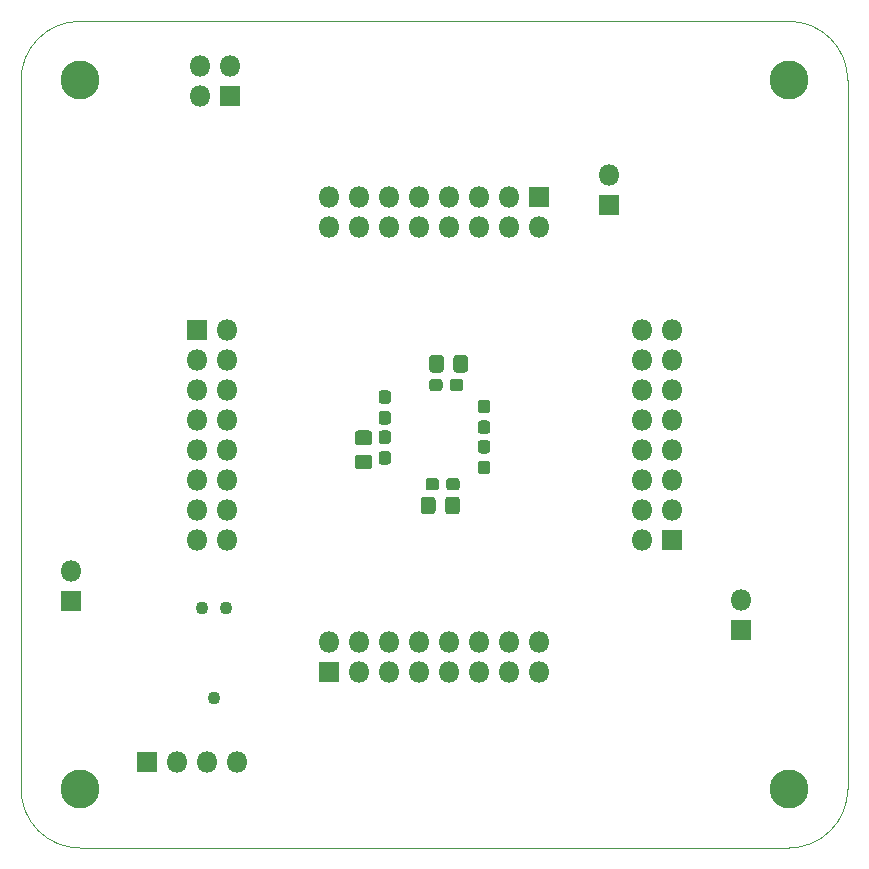
<source format=gbr>
G04 #@! TF.GenerationSoftware,KiCad,Pcbnew,5.1.6-c6e7f7d~87~ubuntu20.04.1*
G04 #@! TF.CreationDate,2020-07-16T23:52:11+03:00*
G04 #@! TF.ProjectId,EV-MAX-V-E64,45562d4d-4158-42d5-962d-4536342e6b69,v1.0*
G04 #@! TF.SameCoordinates,Original*
G04 #@! TF.FileFunction,Soldermask,Bot*
G04 #@! TF.FilePolarity,Negative*
%FSLAX46Y46*%
G04 Gerber Fmt 4.6, Leading zero omitted, Abs format (unit mm)*
G04 Created by KiCad (PCBNEW 5.1.6-c6e7f7d~87~ubuntu20.04.1) date 2020-07-16 23:52:11*
%MOMM*%
%LPD*%
G01*
G04 APERTURE LIST*
G04 #@! TA.AperFunction,Profile*
%ADD10C,0.050000*%
G04 #@! TD*
%ADD11C,3.300000*%
%ADD12C,1.090600*%
%ADD13O,1.800000X1.800000*%
%ADD14R,1.800000X1.800000*%
G04 APERTURE END LIST*
D10*
X65000000Y-70000000D02*
X65000000Y-130000000D01*
X130000000Y-65000000D02*
X70000000Y-65000000D01*
X135000000Y-130000000D02*
X135000000Y-70000000D01*
X70000000Y-135000000D02*
X130000000Y-135000000D01*
X70000000Y-135000000D02*
G75*
G02*
X65000000Y-130000000I0J5000000D01*
G01*
X65000000Y-70000000D02*
G75*
G02*
X70000000Y-65000000I5000000J0D01*
G01*
X130000000Y-65000000D02*
G75*
G02*
X135000000Y-70000000I0J-5000000D01*
G01*
X135000000Y-130000000D02*
G75*
G02*
X130000000Y-135000000I-5000000J0D01*
G01*
D11*
X130000000Y-130000000D03*
X130000000Y-70000000D03*
X70000000Y-130000000D03*
X70000000Y-70000000D03*
D12*
X81300000Y-122310000D03*
X82316000Y-114690000D03*
X80284000Y-114690000D03*
D13*
X83320000Y-127700000D03*
X80780000Y-127700000D03*
X78240000Y-127700000D03*
D14*
X75700000Y-127700000D03*
D13*
X91120000Y-82440000D03*
X91120000Y-79900000D03*
X93660000Y-82440000D03*
X93660000Y-79900000D03*
X96200000Y-82440000D03*
X96200000Y-79900000D03*
X98740000Y-82440000D03*
X98740000Y-79900000D03*
X101280000Y-82440000D03*
X101280000Y-79900000D03*
X103820000Y-82440000D03*
X103820000Y-79900000D03*
X106360000Y-82440000D03*
X106360000Y-79900000D03*
X108900000Y-82440000D03*
D14*
X108900000Y-79900000D03*
D13*
X117560000Y-91120000D03*
X120100000Y-91120000D03*
X117560000Y-93660000D03*
X120100000Y-93660000D03*
X117560000Y-96200000D03*
X120100000Y-96200000D03*
X117560000Y-98740000D03*
X120100000Y-98740000D03*
X117560000Y-101280000D03*
X120100000Y-101280000D03*
X117560000Y-103820000D03*
X120100000Y-103820000D03*
X117560000Y-106360000D03*
X120100000Y-106360000D03*
X117560000Y-108900000D03*
D14*
X120100000Y-108900000D03*
D13*
X108880000Y-117560000D03*
X108880000Y-120100000D03*
X106340000Y-117560000D03*
X106340000Y-120100000D03*
X103800000Y-117560000D03*
X103800000Y-120100000D03*
X101260000Y-117560000D03*
X101260000Y-120100000D03*
X98720000Y-117560000D03*
X98720000Y-120100000D03*
X96180000Y-117560000D03*
X96180000Y-120100000D03*
X93640000Y-117560000D03*
X93640000Y-120100000D03*
X91100000Y-117560000D03*
D14*
X91100000Y-120100000D03*
D13*
X82440000Y-108880000D03*
X79900000Y-108880000D03*
X82440000Y-106340000D03*
X79900000Y-106340000D03*
X82440000Y-103800000D03*
X79900000Y-103800000D03*
X82440000Y-101260000D03*
X79900000Y-101260000D03*
X82440000Y-98720000D03*
X79900000Y-98720000D03*
X82440000Y-96180000D03*
X79900000Y-96180000D03*
X82440000Y-93640000D03*
X79900000Y-93640000D03*
X82440000Y-91100000D03*
D14*
X79900000Y-91100000D03*
G36*
G01*
X101600000Y-94478262D02*
X101600000Y-93521738D01*
G75*
G02*
X101871738Y-93250000I271738J0D01*
G01*
X102578262Y-93250000D01*
G75*
G02*
X102850000Y-93521738I0J-271738D01*
G01*
X102850000Y-94478262D01*
G75*
G02*
X102578262Y-94750000I-271738J0D01*
G01*
X101871738Y-94750000D01*
G75*
G02*
X101600000Y-94478262I0J271738D01*
G01*
G37*
G36*
G01*
X99550000Y-94478262D02*
X99550000Y-93521738D01*
G75*
G02*
X99821738Y-93250000I271738J0D01*
G01*
X100528262Y-93250000D01*
G75*
G02*
X100800000Y-93521738I0J-271738D01*
G01*
X100800000Y-94478262D01*
G75*
G02*
X100528262Y-94750000I-271738J0D01*
G01*
X99821738Y-94750000D01*
G75*
G02*
X99550000Y-94478262I0J271738D01*
G01*
G37*
G36*
G01*
X101300000Y-96062500D02*
X101300000Y-95537500D01*
G75*
G02*
X101562500Y-95275000I262500J0D01*
G01*
X102187500Y-95275000D01*
G75*
G02*
X102450000Y-95537500I0J-262500D01*
G01*
X102450000Y-96062500D01*
G75*
G02*
X102187500Y-96325000I-262500J0D01*
G01*
X101562500Y-96325000D01*
G75*
G02*
X101300000Y-96062500I0J262500D01*
G01*
G37*
G36*
G01*
X99550000Y-96062500D02*
X99550000Y-95537500D01*
G75*
G02*
X99812500Y-95275000I262500J0D01*
G01*
X100437500Y-95275000D01*
G75*
G02*
X100700000Y-95537500I0J-262500D01*
G01*
X100700000Y-96062500D01*
G75*
G02*
X100437500Y-96325000I-262500J0D01*
G01*
X99812500Y-96325000D01*
G75*
G02*
X99550000Y-96062500I0J262500D01*
G01*
G37*
G36*
G01*
X103937500Y-102200000D02*
X104462500Y-102200000D01*
G75*
G02*
X104725000Y-102462500I0J-262500D01*
G01*
X104725000Y-103087500D01*
G75*
G02*
X104462500Y-103350000I-262500J0D01*
G01*
X103937500Y-103350000D01*
G75*
G02*
X103675000Y-103087500I0J262500D01*
G01*
X103675000Y-102462500D01*
G75*
G02*
X103937500Y-102200000I262500J0D01*
G01*
G37*
G36*
G01*
X103937500Y-100450000D02*
X104462500Y-100450000D01*
G75*
G02*
X104725000Y-100712500I0J-262500D01*
G01*
X104725000Y-101337500D01*
G75*
G02*
X104462500Y-101600000I-262500J0D01*
G01*
X103937500Y-101600000D01*
G75*
G02*
X103675000Y-101337500I0J262500D01*
G01*
X103675000Y-100712500D01*
G75*
G02*
X103937500Y-100450000I262500J0D01*
G01*
G37*
G36*
G01*
X100900000Y-106478262D02*
X100900000Y-105521738D01*
G75*
G02*
X101171738Y-105250000I271738J0D01*
G01*
X101878262Y-105250000D01*
G75*
G02*
X102150000Y-105521738I0J-271738D01*
G01*
X102150000Y-106478262D01*
G75*
G02*
X101878262Y-106750000I-271738J0D01*
G01*
X101171738Y-106750000D01*
G75*
G02*
X100900000Y-106478262I0J271738D01*
G01*
G37*
G36*
G01*
X98850000Y-106478262D02*
X98850000Y-105521738D01*
G75*
G02*
X99121738Y-105250000I271738J0D01*
G01*
X99828262Y-105250000D01*
G75*
G02*
X100100000Y-105521738I0J-271738D01*
G01*
X100100000Y-106478262D01*
G75*
G02*
X99828262Y-106750000I-271738J0D01*
G01*
X99121738Y-106750000D01*
G75*
G02*
X98850000Y-106478262I0J271738D01*
G01*
G37*
G36*
G01*
X101000000Y-104462500D02*
X101000000Y-103937500D01*
G75*
G02*
X101262500Y-103675000I262500J0D01*
G01*
X101887500Y-103675000D01*
G75*
G02*
X102150000Y-103937500I0J-262500D01*
G01*
X102150000Y-104462500D01*
G75*
G02*
X101887500Y-104725000I-262500J0D01*
G01*
X101262500Y-104725000D01*
G75*
G02*
X101000000Y-104462500I0J262500D01*
G01*
G37*
G36*
G01*
X99250000Y-104462500D02*
X99250000Y-103937500D01*
G75*
G02*
X99512500Y-103675000I262500J0D01*
G01*
X100137500Y-103675000D01*
G75*
G02*
X100400000Y-103937500I0J-262500D01*
G01*
X100400000Y-104462500D01*
G75*
G02*
X100137500Y-104725000I-262500J0D01*
G01*
X99512500Y-104725000D01*
G75*
G02*
X99250000Y-104462500I0J262500D01*
G01*
G37*
G36*
G01*
X96062500Y-97400000D02*
X95537500Y-97400000D01*
G75*
G02*
X95275000Y-97137500I0J262500D01*
G01*
X95275000Y-96512500D01*
G75*
G02*
X95537500Y-96250000I262500J0D01*
G01*
X96062500Y-96250000D01*
G75*
G02*
X96325000Y-96512500I0J-262500D01*
G01*
X96325000Y-97137500D01*
G75*
G02*
X96062500Y-97400000I-262500J0D01*
G01*
G37*
G36*
G01*
X96062500Y-99150000D02*
X95537500Y-99150000D01*
G75*
G02*
X95275000Y-98887500I0J262500D01*
G01*
X95275000Y-98262500D01*
G75*
G02*
X95537500Y-98000000I262500J0D01*
G01*
X96062500Y-98000000D01*
G75*
G02*
X96325000Y-98262500I0J-262500D01*
G01*
X96325000Y-98887500D01*
G75*
G02*
X96062500Y-99150000I-262500J0D01*
G01*
G37*
G36*
G01*
X93521738Y-101700000D02*
X94478262Y-101700000D01*
G75*
G02*
X94750000Y-101971738I0J-271738D01*
G01*
X94750000Y-102678262D01*
G75*
G02*
X94478262Y-102950000I-271738J0D01*
G01*
X93521738Y-102950000D01*
G75*
G02*
X93250000Y-102678262I0J271738D01*
G01*
X93250000Y-101971738D01*
G75*
G02*
X93521738Y-101700000I271738J0D01*
G01*
G37*
G36*
G01*
X93521738Y-99650000D02*
X94478262Y-99650000D01*
G75*
G02*
X94750000Y-99921738I0J-271738D01*
G01*
X94750000Y-100628262D01*
G75*
G02*
X94478262Y-100900000I-271738J0D01*
G01*
X93521738Y-100900000D01*
G75*
G02*
X93250000Y-100628262I0J271738D01*
G01*
X93250000Y-99921738D01*
G75*
G02*
X93521738Y-99650000I271738J0D01*
G01*
G37*
G36*
G01*
X104462500Y-98200000D02*
X103937500Y-98200000D01*
G75*
G02*
X103675000Y-97937500I0J262500D01*
G01*
X103675000Y-97312500D01*
G75*
G02*
X103937500Y-97050000I262500J0D01*
G01*
X104462500Y-97050000D01*
G75*
G02*
X104725000Y-97312500I0J-262500D01*
G01*
X104725000Y-97937500D01*
G75*
G02*
X104462500Y-98200000I-262500J0D01*
G01*
G37*
G36*
G01*
X104462500Y-99950000D02*
X103937500Y-99950000D01*
G75*
G02*
X103675000Y-99687500I0J262500D01*
G01*
X103675000Y-99062500D01*
G75*
G02*
X103937500Y-98800000I262500J0D01*
G01*
X104462500Y-98800000D01*
G75*
G02*
X104725000Y-99062500I0J-262500D01*
G01*
X104725000Y-99687500D01*
G75*
G02*
X104462500Y-99950000I-262500J0D01*
G01*
G37*
G36*
G01*
X95537500Y-101400000D02*
X96062500Y-101400000D01*
G75*
G02*
X96325000Y-101662500I0J-262500D01*
G01*
X96325000Y-102287500D01*
G75*
G02*
X96062500Y-102550000I-262500J0D01*
G01*
X95537500Y-102550000D01*
G75*
G02*
X95275000Y-102287500I0J262500D01*
G01*
X95275000Y-101662500D01*
G75*
G02*
X95537500Y-101400000I262500J0D01*
G01*
G37*
G36*
G01*
X95537500Y-99650000D02*
X96062500Y-99650000D01*
G75*
G02*
X96325000Y-99912500I0J-262500D01*
G01*
X96325000Y-100537500D01*
G75*
G02*
X96062500Y-100800000I-262500J0D01*
G01*
X95537500Y-100800000D01*
G75*
G02*
X95275000Y-100537500I0J262500D01*
G01*
X95275000Y-99912500D01*
G75*
G02*
X95537500Y-99650000I262500J0D01*
G01*
G37*
D13*
X80160000Y-68760000D03*
X82700000Y-68760000D03*
X80160000Y-71300000D03*
D14*
X82700000Y-71300000D03*
D13*
X114800000Y-78060000D03*
D14*
X114800000Y-80600000D03*
D13*
X69200000Y-111560000D03*
D14*
X69200000Y-114100000D03*
D13*
X126000000Y-113960000D03*
D14*
X126000000Y-116500000D03*
M02*

</source>
